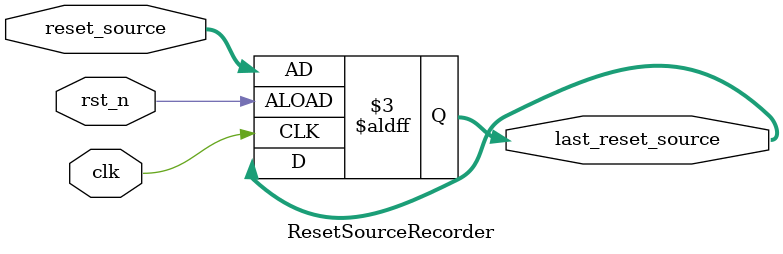
<source format=sv>
module ResetSourceRecorder (
    input wire clk,
    input wire rst_n,
    input wire [1:0] reset_source,
    output reg [1:0] last_reset_source
);
    always @(posedge clk or negedge rst_n) begin
        if (!rst_n)
            last_reset_source <= reset_source;
    end
endmodule

</source>
